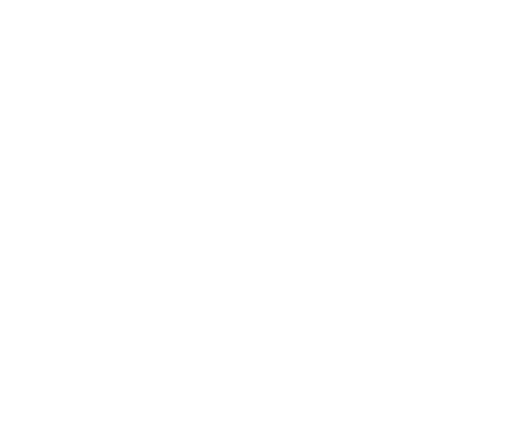
<source format=gto>
G04*
G04 #@! TF.GenerationSoftware,Altium Limited,Altium Designer,23.9.2 (47)*
G04*
G04 Layer_Color=65535*
%FSLAX25Y25*%
%MOIN*%
G70*
G04*
G04 #@! TF.SameCoordinates,DB150F01-C1B0-45C9-8F7E-E1995157BF99*
G04*
G04*
G04 #@! TF.FilePolarity,Positive*
G04*
G01*
G75*
%ADD34C,0.00394*%
D34*
X84252Y76772D02*
D03*
X53937D02*
D03*
X15354D02*
D03*
X-14961D02*
D03*
X-53543D02*
D03*
X-83858D02*
D03*
X-53543Y7874D02*
D03*
X-83858D02*
D03*
X15354Y7874D02*
D03*
X-14961D02*
D03*
X84252D02*
D03*
X53937D02*
D03*
X84252Y-61024D02*
D03*
X53937D02*
D03*
X15354D02*
D03*
X-14961D02*
D03*
X-53543D02*
D03*
X-83858D02*
D03*
M02*

</source>
